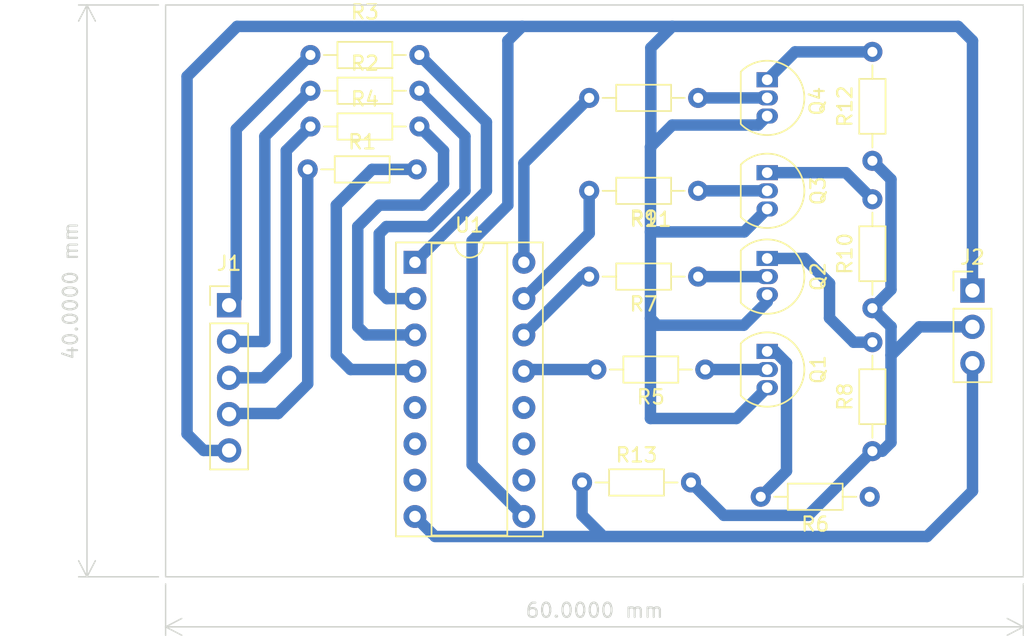
<source format=kicad_pcb>
(kicad_pcb (version 20211014) (generator pcbnew)
  (layers (0 "F.Cu" signal) (31 "B.Cu" signal) (34 "B.Paste" user) (35 "F.Paste" user) (36 "B.SilkS" user "B.Silkscreen") (37 "F.SilkS" user "F.Silkscreen") (38 "B.Mask" user) (39 "F.Mask" user) (44 "Edge.Cuts" user))
  (net 0 "")
  (net 1 "Net-(Q1-Pad1)")
  (net 2 "Net-(Q1-Pad2)")
  (net 3 "+5V")
  (net 4 "Net-(Q2-Pad1)")
  (net 5 "Net-(Q2-Pad2)")
  (net 6 "Net-(Q3-Pad1)")
  (net 7 "Net-(Q3-Pad2)")
  (net 8 "Net-(Q4-Pad1)")
  (net 9 "Net-(Q4-Pad2)")
  (net 10 "Net-(R1-Pad2)")
  (net 11 "Net-(R2-Pad2)")
  (net 12 "Net-(R3-Pad2)")
  (net 13 "Net-(R4-Pad2)")
  (net 14 "Net-(R7-Pad2)")
  (net 15 "Net-(R9-Pad2)")
  (net 16 "Net-(R11-Pad2)")
  (net 17 "Net-(R5-Pad2)")
  (net 24 "Net-(R3-Pad1)")
  (net 25 "Net-(R2-Pad1)")
  (net 26 "Net-(R4-Pad1)")
  (net 27 "Net-(R1-Pad1)")
  (net 28 "GND")
  (footprint "Resistor_THT:R_Axial_DIN0204_L3.6mm_D1.6mm_P7.62mm_Horizontal" (layer "F.Cu") (at 138.13 119.9)
    (fp_text reference "R13" (at 3.81 -1.92) (layer "F.SilkS"))
    (fp_text value "1000")
    (fp_line (start 5.73 0.92) (end 5.73 -0.92) (layer "F.SilkS") (width 0.12))
    (fp_line (start 0.94 0) (end 1.89 0) (layer "F.SilkS") (width 0.12))
    (fp_line (start 6.68 0) (end 5.73 0) (layer "F.SilkS") (width 0.12))
    (fp_line (start 1.89 0.92) (end 5.73 0.92) (layer "F.SilkS") (width 0.12))
    (fp_line (start 5.73 -0.92) (end 1.89 -0.92) (layer "F.SilkS") (width 0.12))
    (fp_line (start 1.89 -0.92) (end 1.89 0.92) (layer "F.SilkS") (width 0.12))
    (pad "1" thru_hole circle (at 0 0) (size 1.4 1.4) (drill 0.7) (layers *.Cu *.Mask) (net 28 "GND"))
    (pad "2" thru_hole oval (at 7.62 0) (size 1.4 1.4) (drill 0.7) (layers *.Cu *.Mask) (net 28 "GND"))
  )
  (footprint "Package_TO_SOT_THT:TO-92_Inline" (layer "F.Cu") (at 151.08 91.73 -90)
    (fp_text reference "Q4" (at 1.5 -3.5 90) (layer "F.SilkS"))
    (fp_text value "BC557")
    (fp_line (start -0.53 1.85) (end 3.07 1.85) (layer "F.SilkS") (width 0.12))
    (fp_arc (start 1.27 -2.6) (mid 3.672087 -0.994977) (end 3.108478 1.838478) (layer "F.SilkS") (width 0.12))
    (fp_arc (start -0.568478 1.838478) (mid -1.132087 -0.994977) (end 1.27 -2.6) (layer "F.SilkS") (width 0.12))
    (pad "1" thru_hole rect (at 0 0 270) (size 1.05 1.5) (drill 0.75) (layers *.Cu *.Mask) (net 8 "Net-(Q4-Pad1)"))
    (pad "2" thru_hole oval (at 1.27 0 270) (size 1.05 1.5) (drill 0.75) (layers *.Cu *.Mask) (net 9 "Net-(Q4-Pad2)"))
    (pad "3" thru_hole oval (at 2.54 0 270) (size 1.05 1.5) (drill 0.75) (layers *.Cu *.Mask) (net 3 "+5V"))
  )
  (footprint "Resistor_THT:R_Axial_DIN0204_L3.6mm_D1.6mm_P7.62mm_Horizontal" (layer "F.Cu") (at 158.44 117.71 90)
    (fp_text reference "R8" (at 3.81 -1.92 90) (layer "F.SilkS"))
    (fp_text value "680")
    (fp_line (start 5.73 -0.92) (end 1.89 -0.92) (layer "F.SilkS") (width 0.12))
    (fp_line (start 1.89 0.92) (end 5.73 0.92) (layer "F.SilkS") (width 0.12))
    (fp_line (start 0.94 0) (end 1.89 0) (layer "F.SilkS") (width 0.12))
    (fp_line (start 5.73 0.92) (end 5.73 -0.92) (layer "F.SilkS") (width 0.12))
    (fp_line (start 6.68 0) (end 5.73 0) (layer "F.SilkS") (width 0.12))
    (fp_line (start 1.89 -0.92) (end 1.89 0.92) (layer "F.SilkS") (width 0.12))
    (pad "1" thru_hole circle (at 0 0 90) (size 1.4 1.4) (drill 0.7) (layers *.Cu *.Mask) (net 28 "GND"))
    (pad "2" thru_hole oval (at 7.62 0 90) (size 1.4 1.4) (drill 0.7) (layers *.Cu *.Mask) (net 4 "Net-(Q2-Pad1)"))
  )
  (footprint "Resistor_THT:R_Axial_DIN0204_L3.6mm_D1.6mm_P7.62mm_Horizontal" (layer "F.Cu") (at 119.13 95)
    (fp_text reference "R4" (at 3.81 -1.92) (layer "F.SilkS"))
    (fp_text value "10k")
    (fp_line (start 5.73 0.92) (end 5.73 -0.92) (layer "F.SilkS") (width 0.12))
    (fp_line (start 0.94 0) (end 1.89 0) (layer "F.SilkS") (width 0.12))
    (fp_line (start 6.68 0) (end 5.73 0) (layer "F.SilkS") (width 0.12))
    (fp_line (start 1.89 -0.92) (end 1.89 0.92) (layer "F.SilkS") (width 0.12))
    (fp_line (start 5.73 -0.92) (end 1.89 -0.92) (layer "F.SilkS") (width 0.12))
    (fp_line (start 1.89 0.92) (end 5.73 0.92) (layer "F.SilkS") (width 0.12))
    (pad "1" thru_hole circle (at 0 0) (size 1.4 1.4) (drill 0.7) (layers *.Cu *.Mask) (net 26 "Net-(R4-Pad1)"))
    (pad "2" thru_hole oval (at 7.62 0) (size 1.4 1.4) (drill 0.7) (layers *.Cu *.Mask) (net 13 "Net-(R4-Pad2)"))
  )
  (footprint "Package_TO_SOT_THT:TO-92_Inline" (layer "F.Cu") (at 151.08 110.73 -90)
    (fp_text reference "Q1" (at 1.27 -3.56 90) (layer "F.SilkS"))
    (fp_text value "BC557")
    (fp_line (start -0.53 1.85) (end 3.07 1.85) (layer "F.SilkS") (width 0.12))
    (fp_arc (start 1.27 -2.6) (mid 3.672087 -0.994977) (end 3.108478 1.838478) (layer "F.SilkS") (width 0.12))
    (fp_arc (start -0.568478 1.838478) (mid -1.132087 -0.994977) (end 1.27 -2.6) (layer "F.SilkS") (width 0.12))
    (pad "1" thru_hole rect (at 0 0 270) (size 1.05 1.5) (drill 0.75) (layers *.Cu *.Mask) (net 1 "Net-(Q1-Pad1)"))
    (pad "2" thru_hole oval (at 1.27 0 270) (size 1.05 1.5) (drill 0.75) (layers *.Cu *.Mask) (net 2 "Net-(Q1-Pad2)"))
    (pad "3" thru_hole oval (at 2.54 0 270) (size 1.05 1.5) (drill 0.75) (layers *.Cu *.Mask) (net 3 "+5V"))
  )
  (footprint "Resistor_THT:R_Axial_DIN0204_L3.6mm_D1.6mm_P7.62mm_Horizontal" (layer "F.Cu") (at 119.13 90)
    (fp_text reference "R3" (at 3.81 -3) (layer "F.SilkS"))
    (fp_text value "10k")
    (fp_line (start 1.89 0.92) (end 5.73 0.92) (layer "F.SilkS") (width 0.12))
    (fp_line (start 1.89 -0.92) (end 1.89 0.92) (layer "F.SilkS") (width 0.12))
    (fp_line (start 6.68 0) (end 5.73 0) (layer "F.SilkS") (width 0.12))
    (fp_line (start 5.73 -0.92) (end 1.89 -0.92) (layer "F.SilkS") (width 0.12))
    (fp_line (start 0.94 0) (end 1.89 0) (layer "F.SilkS") (width 0.12))
    (fp_line (start 5.73 0.92) (end 5.73 -0.92) (layer "F.SilkS") (width 0.12))
    (pad "1" thru_hole circle (at 0 0) (size 1.4 1.4) (drill 0.7) (layers *.Cu *.Mask) (net 24 "Net-(R3-Pad1)"))
    (pad "2" thru_hole oval (at 7.62 0) (size 1.4 1.4) (drill 0.7) (layers *.Cu *.Mask) (net 12 "Net-(R3-Pad2)"))
  )
  (footprint "Package_DIP:DIP-16_W7.62mm_Socket" (layer "F.Cu") (at 126.44 104.5)
    (fp_text reference "U1" (at 3.8 -2.6) (layer "F.SilkS"))
    (fp_text value "ULN2003A")
    (fp_line (start -1.33 -1.39) (end -1.33 19.17) (layer "F.SilkS") (width 0.12))
    (fp_line (start 6.46 -1.33) (end 4.81 -1.33) (layer "F.SilkS") (width 0.12))
    (fp_line (start 8.95 19.17) (end 8.95 -1.39) (layer "F.SilkS") (width 0.12))
    (fp_line (start 1.16 19.11) (end 6.46 19.11) (layer "F.SilkS") (width 0.12))
    (fp_line (start 8.95 -1.39) (end -1.33 -1.39) (layer "F.SilkS") (width 0.12))
    (fp_line (start 6.46 19.11) (end 6.46 -1.33) (layer "F.SilkS") (width 0.12))
    (fp_line (start -1.33 19.17) (end 8.95 19.17) (layer "F.SilkS") (width 0.12))
    (fp_line (start 2.81 -1.33) (end 1.16 -1.33) (layer "F.SilkS") (width 0.12))
    (fp_line (start 1.16 -1.33) (end 1.16 19.11) (layer "F.SilkS") (width 0.12))
    (fp_arc (start 4.81 -1.33) (mid 3.81 -0.33) (end 2.81 -1.33) (layer "F.SilkS") (width 0.12))
    (pad "1" thru_hole rect (at 0 0) (size 1.6 1.6) (drill 0.8) (layers *.Cu *.Mask) (net 12 "Net-(R3-Pad2)"))
    (pad "2" thru_hole oval (at 0 2.54) (size 1.6 1.6) (drill 0.8) (layers *.Cu *.Mask) (net 11 "Net-(R2-Pad2)"))
    (pad "3" thru_hole oval (at 0 5.08) (size 1.6 1.6) (drill 0.8) (layers *.Cu *.Mask) (net 13 "Net-(R4-Pad2)"))
    (pad "4" thru_hole oval (at 0 7.62) (size 1.6 1.6) (drill 0.8) (layers *.Cu *.Mask) (net 10 "Net-(R1-Pad2)"))
    (pad "5" thru_hole oval (at 0 10.16) (size 1.6 1.6) (drill 0.8) (layers *.Cu *.Mask))
    (pad "6" thru_hole oval (at 0 12.7) (size 1.6 1.6) (drill 0.8) (layers *.Cu *.Mask))
    (pad "7" thru_hole oval (at 0 15.24) (size 1.6 1.6) (drill 0.8) (layers *.Cu *.Mask))
    (pad "8" thru_hole oval (at 0 17.78) (size 1.6 1.6) (drill 0.8) (layers *.Cu *.Mask) (net 28 "GND"))
    (pad "9" thru_hole oval (at 7.62 17.78) (size 1.6 1.6) (drill 0.8) (layers *.Cu *.Mask) (net 3 "+5V"))
    (pad "10" thru_hole oval (at 7.62 15.24) (size 1.6 1.6) (drill 0.8) (layers *.Cu *.Mask))
    (pad "11" thru_hole oval (at 7.62 12.7) (size 1.6 1.6) (drill 0.8) (layers *.Cu *.Mask))
    (pad "12" thru_hole oval (at 7.62 10.16) (size 1.6 1.6) (drill 0.8) (layers *.Cu *.Mask))
    (pad "13" thru_hole oval (at 7.62 7.62) (size 1.6 1.6) (drill 0.8) (layers *.Cu *.Mask) (net 17 "Net-(R5-Pad2)"))
    (pad "14" thru_hole oval (at 7.62 5.08) (size 1.6 1.6) (drill 0.8) (layers *.Cu *.Mask) (net 14 "Net-(R7-Pad2)"))
    (pad "15" thru_hole oval (at 7.62 2.54) (size 1.6 1.6) (drill 0.8) (layers *.Cu *.Mask) (net 15 "Net-(R9-Pad2)"))
    (pad "16" thru_hole oval (at 7.62 0) (size 1.6 1.6) (drill 0.8) (layers *.Cu *.Mask) (net 16 "Net-(R11-Pad2)"))
  )
  (footprint "Resistor_THT:R_Axial_DIN0204_L3.6mm_D1.6mm_P7.62mm_Horizontal" (layer "F.Cu") (at 146.75 112 180)
    (fp_text reference "R5" (at 3.81 -1.92) (layer "F.SilkS"))
    (fp_text value "10k")
    (fp_line (start 6.68 0) (end 5.73 0) (layer "F.SilkS") (width 0.12))
    (fp_line (start 0.94 0) (end 1.89 0) (layer "F.SilkS") (width 0.12))
    (fp_line (start 5.73 0.92) (end 5.73 -0.92) (layer "F.SilkS") (width 0.12))
    (fp_line (start 1.89 0.92) (end 5.73 0.92) (layer "F.SilkS") (width 0.12))
    (fp_line (start 5.73 -0.92) (end 1.89 -0.92) (layer "F.SilkS") (width 0.12))
    (fp_line (start 1.89 -0.92) (end 1.89 0.92) (layer "F.SilkS") (width 0.12))
    (pad "1" thru_hole circle (at 0 0 180) (size 1.4 1.4) (drill 0.7) (layers *.Cu *.Mask) (net 2 "Net-(Q1-Pad2)"))
    (pad "2" thru_hole oval (at 7.62 0 180) (size 1.4 1.4) (drill 0.7) (layers *.Cu *.Mask) (net 17 "Net-(R5-Pad2)"))
  )
  (footprint "Package_TO_SOT_THT:TO-92_Inline" (layer "F.Cu") (at 151.08 104.23 -90)
    (fp_text reference "Q2" (at 1.27 -3.56 90) (layer "F.SilkS"))
    (fp_text value "BC557")
    (fp_line (start -0.53 1.85) (end 3.07 1.85) (layer "F.SilkS") (width 0.12))
    (fp_arc (start -0.568478 1.838478) (mid -1.132087 -0.994977) (end 1.27 -2.6) (layer "F.SilkS") (width 0.12))
    (fp_arc (start 1.27 -2.6) (mid 3.672087 -0.994977) (end 3.108478 1.838478) (layer "F.SilkS") (width 0.12))
    (pad "1" thru_hole rect (at 0 0 270) (size 1.05 1.5) (drill 0.75) (layers *.Cu *.Mask) (net 4 "Net-(Q2-Pad1)"))
    (pad "2" thru_hole oval (at 1.27 0 270) (size 1.05 1.5) (drill 0.75) (layers *.Cu *.Mask) (net 5 "Net-(Q2-Pad2)"))
    (pad "3" thru_hole oval (at 2.54 0 270) (size 1.05 1.5) (drill 0.75) (layers *.Cu *.Mask) (net 3 "+5V"))
  )
  (footprint "Resistor_THT:R_Axial_DIN0204_L3.6mm_D1.6mm_P7.62mm_Horizontal" (layer "F.Cu") (at 158.25 120.9 180)
    (fp_text reference "R6" (at 3.81 -1.92) (layer "F.SilkS"))
    (fp_text value "220")
    (fp_line (start 6.68 0) (end 5.73 0) (layer "F.SilkS") (width 0.12))
    (fp_line (start 5.73 -0.92) (end 1.89 -0.92) (layer "F.SilkS") (width 0.12))
    (fp_line (start 0.94 0) (end 1.89 0) (layer "F.SilkS") (width 0.12))
    (fp_line (start 5.73 0.92) (end 5.73 -0.92) (layer "F.SilkS") (width 0.12))
    (fp_line (start 1.89 0.92) (end 5.73 0.92) (layer "F.SilkS") (width 0.12))
    (fp_line (start 1.89 -0.92) (end 1.89 0.92) (layer "F.SilkS") (width 0.12))
    (pad "1" thru_hole circle (at 0 0 180) (size 1.4 1.4) (drill 0.7) (layers *.Cu *.Mask) (net 28 "GND"))
    (pad "2" thru_hole oval (at 7.62 0 180) (size 1.4 1.4) (drill 0.7) (layers *.Cu *.Mask) (net 1 "Net-(Q1-Pad1)"))
  )
  (footprint "Connector_PinHeader_2.54mm:PinHeader_1x05_P2.54mm_Vertical" (layer "F.Cu") (at 113.44 107.5)
    (fp_text reference "J1" (at 0 -2.925) (layer "F.SilkS"))
    (fp_text value "Conn_01x05")
    (fp_line (start -1.33 -1.33) (end 0 -1.33) (layer "F.SilkS") (width 0.12))
    (fp_line (start -1.33 0) (end -1.33 -1.33) (layer "F.SilkS") (width 0.12))
    (fp_line (start -1.33 1.27) (end 1.33 1.27) (layer "F.SilkS") (width 0.12))
    (fp_line (start -1.33 1.27) (end -1.33 11.49) (layer "F.SilkS") (width 0.12))
    (fp_line (start -1.33 11.49) (end 1.33 11.49) (layer "F.SilkS") (width 0.12))
    (fp_line (start 1.33 1.27) (end 1.33 11.49) (layer "F.SilkS") (width 0.12))
    (pad "1" thru_hole rect (at 0 0) (size 1.7 1.7) (drill 1) (layers *.Cu *.Mask) (net 24 "Net-(R3-Pad1)"))
    (pad "2" thru_hole oval (at 0 2.54) (size 1.7 1.7) (drill 1) (layers *.Cu *.Mask) (net 25 "Net-(R2-Pad1)"))
    (pad "3" thru_hole oval (at 0 5.08) (size 1.7 1.7) (drill 1) (layers *.Cu *.Mask) (net 26 "Net-(R4-Pad1)"))
    (pad "4" thru_hole oval (at 0 7.62) (size 1.7 1.7) (drill 1) (layers *.Cu *.Mask) (net 27 "Net-(R1-Pad1)"))
    (pad "5" thru_hole oval (at 0 10.16) (size 1.7 1.7) (drill 1) (layers *.Cu *.Mask) (net 3 "+5V"))
  )
  (footprint "Connector_PinHeader_2.54mm:PinHeader_1x03_P2.54mm_Vertical" (layer "F.Cu") (at 165.44 106.475)
    (fp_text reference "J2" (at 0 -2.33) (layer "F.SilkS"))
    (fp_text value "Conn_01x03")
    (fp_line (start -1.33 1.27) (end -1.33 6.41) (layer "F.SilkS") (width 0.12))
    (fp_line (start -1.33 6.41) (end 1.33 6.41) (layer "F.SilkS") (width 0.12))
    (fp_line (start -1.33 1.27) (end 1.33 1.27) (layer "F.SilkS") (width 0.12))
    (fp_line (start -1.33 -1.33) (end 0 -1.33) (layer "F.SilkS") (width 0.12))
    (fp_line (start 1.33 1.27) (end 1.33 6.41) (layer "F.SilkS") (width 0.12))
    (fp_line (start -1.33 0) (end -1.33 -1.33) (layer "F.SilkS") (width 0.12))
    (pad "1" thru_hole rect (at 0 0) (size 1.7 1.7) (drill 1) (layers *.Cu *.Mask) (net 3 "+5V"))
    (pad "2" thru_hole oval (at 0 2.54) (size 1.7 1.7) (drill 1) (layers *.Cu *.Mask) (net 28 "GND"))
    (pad "3" thru_hole oval (at 0 5.08) (size 1.7 1.7) (drill 1) (layers *.Cu *.Mask) (net 28 "GND"))
  )
  (footprint "Resistor_THT:R_Axial_DIN0204_L3.6mm_D1.6mm_P7.62mm_Horizontal" (layer "F.Cu") (at 146.25 105.5 180)
    (fp_text reference "R7" (at 3.81 -1.92) (layer "F.SilkS"))
    (fp_text value "10k")
    (fp_line (start 0.94 0) (end 1.89 0) (layer "F.SilkS") (width 0.12))
    (fp_line (start 5.73 0.92) (end 5.73 -0.92) (layer "F.SilkS") (width 0.12))
    (fp_line (start 1.89 -0.92) (end 1.89 0.92) (layer "F.SilkS") (width 0.12))
    (fp_line (start 1.89 0.92) (end 5.73 0.92) (layer "F.SilkS") (width 0.12))
    (fp_line (start 5.73 -0.92) (end 1.89 -0.92) (layer "F.SilkS") (width 0.12))
    (fp_line (start 6.68 0) (end 5.73 0) (layer "F.SilkS") (width 0.12))
    (pad "1" thru_hole circle (at 0 0 180) (size 1.4 1.4) (drill 0.7) (layers *.Cu *.Mask) (net 5 "Net-(Q2-Pad2)"))
    (pad "2" thru_hole oval (at 7.62 0 180) (size 1.4 1.4) (drill 0.7) (layers *.Cu *.Mask) (net 14 "Net-(R7-Pad2)"))
  )
  (footprint "Resistor_THT:R_Axial_DIN0204_L3.6mm_D1.6mm_P7.62mm_Horizontal" (layer "F.Cu") (at 146.25 93 180)
    (fp_text reference "R11" (at 3.31 -8.5) (layer "F.SilkS"))
    (fp_text value "10k")
    (fp_line (start 5.73 -0.92) (end 1.89 -0.92) (layer "F.SilkS") (width 0.12))
    (fp_line (start 6.68 0) (end 5.73 0) (layer "F.SilkS") (width 0.12))
    (fp_line (start 1.89 0.92) (end 5.73 0.92) (layer "F.SilkS") (width 0.12))
    (fp_line (start 5.73 0.92) (end 5.73 -0.92) (layer "F.SilkS") (width 0.12))
    (fp_line (start 1.89 -0.92) (end 1.89 0.92) (layer "F.SilkS") (width 0.12))
    (fp_line (start 0.94 0) (end 1.89 0) (layer "F.SilkS") (width 0.12))
    (pad "1" thru_hole circle (at 0 0 180) (size 1.4 1.4) (drill 0.7) (layers *.Cu *.Mask) (net 9 "Net-(Q4-Pad2)"))
    (pad "2" thru_hole oval (at 7.62 0 180) (size 1.4 1.4) (drill 0.7) (layers *.Cu *.Mask) (net 16 "Net-(R11-Pad2)"))
  )
  (footprint "Resistor_THT:R_Axial_DIN0204_L3.6mm_D1.6mm_P7.62mm_Horizontal" (layer "F.Cu") (at 118.94 98)
    (fp_text reference "R1" (at 3.81 -1.92) (layer "F.SilkS"))
    (fp_text value "10k")
    (fp_line (start 5.73 -0.92) (end 1.89 -0.92) (layer "F.SilkS") (width 0.12))
    (fp_line (start 1.89 0.92) (end 5.73 0.92) (layer "F.SilkS") (width 0.12))
    (fp_line (start 6.68 0) (end 5.73 0) (layer "F.SilkS") (width 0.12))
    (fp_line (start 1.89 -0.92) (end 1.89 0.92) (layer "F.SilkS") (width 0.12))
    (fp_line (start 0.94 0) (end 1.89 0) (layer "F.SilkS") (width 0.12))
    (fp_line (start 5.73 0.92) (end 5.73 -0.92) (layer "F.SilkS") (width 0.12))
    (pad "1" thru_hole circle (at 0 0) (size 1.4 1.4) (drill 0.7) (layers *.Cu *.Mask) (net 27 "Net-(R1-Pad1)"))
    (pad "2" thru_hole oval (at 7.62 0) (size 1.4 1.4) (drill 0.7) (layers *.Cu *.Mask) (net 10 "Net-(R1-Pad2)"))
  )
  (footprint "Resistor_THT:R_Axial_DIN0204_L3.6mm_D1.6mm_P7.62mm_Horizontal" (layer "F.Cu") (at 119.13 92.5)
    (fp_text reference "R2" (at 3.81 -1.92) (layer "F.SilkS"))
    (fp_text value "10k")
    (fp_line (start 5.73 0.92) (end 5.73 -0.92) (layer "F.SilkS") (width 0.12))
    (fp_line (start 1.89 -0.92) (end 1.89 0.92) (layer "F.SilkS") (width 0.12))
    (fp_line (start 5.73 -0.92) (end 1.89 -0.92) (layer "F.SilkS") (width 0.12))
    (fp_line (start 1.89 0.92) (end 5.73 0.92) (layer "F.SilkS") (width 0.12))
    (fp_line (start 6.68 0) (end 5.73 0) (layer "F.SilkS") (width 0.12))
    (fp_line (start 0.94 0) (end 1.89 0) (layer "F.SilkS") (width 0.12))
    (pad "1" thru_hole circle (at 0 0) (size 1.4 1.4) (drill 0.7) (layers *.Cu *.Mask) (net 25 "Net-(R2-Pad1)"))
    (pad "2" thru_hole oval (at 7.62 0) (size 1.4 1.4) (drill 0.7) (layers *.Cu *.Mask) (net 11 "Net-(R2-Pad2)"))
  )
  (footprint "Resistor_THT:R_Axial_DIN0204_L3.6mm_D1.6mm_P7.62mm_Horizontal" (layer "F.Cu") (at 146.25 99.5 180)
    (fp_text reference "R9" (at 3.81 -1.92) (layer "F.SilkS"))
    (fp_text value "10k")
    (fp_line (start 1.89 -0.92) (end 1.89 0.92) (layer "F.SilkS") (width 0.12))
    (fp_line (start 0.94 0) (end 1.89 0) (layer "F.SilkS") (width 0.12))
    (fp_line (start 5.73 0.92) (end 5.73 -0.92) (layer "F.SilkS") (width 0.12))
    (fp_line (start 5.73 -0.92) (end 1.89 -0.92) (layer "F.SilkS") (width 0.12))
    (fp_line (start 6.68 0) (end 5.73 0) (layer "F.SilkS") (width 0.12))
    (fp_line (start 1.89 0.92) (end 5.73 0.92) (layer "F.SilkS") (width 0.12))
    (pad "1" thru_hole circle (at 0 0 180) (size 1.4 1.4) (drill 0.7) (layers *.Cu *.Mask) (net 7 "Net-(Q3-Pad2)"))
    (pad "2" thru_hole oval (at 7.62 0 180) (size 1.4 1.4) (drill 0.7) (layers *.Cu *.Mask) (net 15 "Net-(R9-Pad2)"))
  )
  (footprint "Resistor_THT:R_Axial_DIN0204_L3.6mm_D1.6mm_P7.62mm_Horizontal" (layer "F.Cu") (at 158.44 107.71 90)
    (fp_text reference "R10" (at 3.81 -1.92 90) (layer "F.SilkS"))
    (fp_text value "2500")
    (fp_line (start 6.68 0) (end 5.73 0) (layer "F.SilkS") (width 0.12))
    (fp_line (start 5.73 -0.92) (end 1.89 -0.92) (layer "F.SilkS") (width 0.12))
    (fp_line (start 0.94 0) (end 1.89 0) (layer "F.SilkS") (width 0.12))
    (fp_line (start 1.89 0.92) (end 5.73 0.92) (layer "F.SilkS") (width 0.12))
    (fp_line (start 5.73 0.92) (end 5.73 -0.92) (layer "F.SilkS") (width 0.12))
    (fp_line (start 1.89 -0.92) (end 1.89 0.92) (layer "F.SilkS") (width 0.12))
    (pad "1" thru_hole circle (at 0 0 90) (size 1.4 1.4) (drill 0.7) (layers *.Cu *.Mask) (net 28 "GND"))
    (pad "2" thru_hole oval (at 7.62 0 90) (size 1.4 1.4) (drill 0.7) (layers *.Cu *.Mask) (net 6 "Net-(Q3-Pad1)"))
  )
  (footprint "Resistor_THT:R_Axial_DIN0204_L3.6mm_D1.6mm_P7.62mm_Horizontal" (layer "F.Cu") (at 158.44 97.4 90)
    (fp_text reference "R12" (at 3.81 -1.92 90) (layer "F.SilkS"))
    (fp_text value "5600")
    (fp_line (start 5.73 -0.92) (end 1.89 -0.92) (layer "F.SilkS") (width 0.12))
    (fp_line (start 0.94 0) (end 1.89 0) (layer "F.SilkS") (width 0.12))
    (fp_line (start 1.89 0.92) (end 5.73 0.92) (layer "F.SilkS") (width 0.12))
    (fp_line (start 5.73 0.92) (end 5.73 -0.92) (layer "F.SilkS") (width 0.12))
    (fp_line (start 6.68 0) (end 5.73 0) (layer "F.SilkS") (width 0.12))
    (fp_line (start 1.89 -0.92) (end 1.89 0.92) (layer "F.SilkS") (width 0.12))
    (pad "1" thru_hole circle (at 0 0 90) (size 1.4 1.4) (drill 0.7) (layers *.Cu *.Mask) (net 28 "GND"))
    (pad "2" thru_hole oval (at 7.62 0 90) (size 1.4 1.4) (drill 0.7) (layers *.Cu *.Mask) (net 8 "Net-(Q4-Pad1)"))
  )
  (footprint "Package_TO_SOT_THT:TO-92_Inline" (layer "F.Cu") (at 151.08 98.23 -90)
    (fp_text reference "Q3" (at 1.27 -3.56 90) (layer "F.SilkS"))
    (fp_text value "BC557")
    (fp_line (start -0.53 1.85) (end 3.07 1.85) (layer "F.SilkS") (width 0.12))
    (fp_arc (start 1.27 -2.6) (mid 3.672087 -0.994977) (end 3.108478 1.838478) (layer "F.SilkS") (width 0.12))
    (fp_arc (start -0.568478 1.838478) (mid -1.132087 -0.994977) (end 1.27 -2.6) (layer "F.SilkS") (width 0.12))
    (pad "1" thru_hole rect (at 0 0 270) (size 1.05 1.5) (drill 0.75) (layers *.Cu *.Mask) (net 6 "Net-(Q3-Pad1)"))
    (pad "2" thru_hole oval (at 1.27 0 270) (size 1.05 1.5) (drill 0.75) (layers *.Cu *.Mask) (net 7 "Net-(Q3-Pad2)"))
    (pad "3" thru_hole oval (at 2.54 0 270) (size 1.05 1.5) (drill 0.75) (layers *.Cu *.Mask) (net 3 "+5V"))
  )
  (gr_rect (start 169 126.5) (end 109 86.5) (layer "Edge.Cuts") (width 0.1) (fill none))
  (dimension (type aligned) (layer "Edge.Cuts") (pts (xy 109 126.5) (xy 109 86.5)) (height -5.5) (gr_text "40.0000 mm" (at 102.35 106.5 90) (layer "Edge.Cuts") (effects (font (size 1 1) (thickness 0.15)))) (format (units 3) (units_format 1) (precision 4)) (style (thickness 0.1) (arrow_length 1.27) (text_position_mode 0) (extension_height 0.58642) (extension_offset 0.5) keep_text_aligned))
  (dimension (type aligned) (layer "Edge.Cuts") (pts (xy 169 126.5) (xy 109 126.5)) (height -3.5) (gr_text "60.0000 mm" (at 139 128.85) (layer "Edge.Cuts") (effects (font (size 1 1) (thickness 0.15)))) (format (units 3) (units_format 1) (precision 4)) (style (thickness 0.1) (arrow_length 1.27) (text_position_mode 0) (extension_height 0.58642) (extension_offset 0.5) keep_text_aligned))
  (segment (start 152.42952 111.534209) (end 152.42952 119.10048) (width 0.8) (layer "B.Cu") (net 1))
  (segment (start 151.625311 110.73) (end 152.42952 111.534209) (width 0.8) (layer "B.Cu") (net 1))
  (segment (start 151.08 110.73) (end 151.625311 110.73) (width 0.8) (layer "B.Cu") (net 1))
  (segment (start 152.42952 119.10048) (end 150.63 120.9) (width 0.8) (layer "B.Cu") (net 1))
  (segment (start 146.75 112) (end 151.08 112) (width 0.8) (layer "B.Cu") (net 2))
  (segment (start 110.5 91.5) (end 114 88) (width 0.8) (layer "B.Cu") (net 3))
  (segment (start 114 88) (end 133.94 88) (width 0.8) (layer "B.Cu") (net 3))
  (segment (start 151.08 106.77) (end 151.08 107.26) (width 0.8) (layer "B.Cu") (net 3))
  (segment (start 149.44 108.9) (end 143.39 108.9) (width 0.8) (layer "B.Cu") (net 3))
  (segment (start 142.915 102.375) (end 142.915 96.425) (width 0.8) (layer "B.Cu") (net 3))
  (segment (start 142.915 115.425) (end 142.915 108.425) (width 0.8) (layer "B.Cu") (net 3))
  (segment (start 132.94 100.5) (end 130.44 103) (width 0.8) (layer "B.Cu") (net 3))
  (segment (start 111.66 117.66) (end 110.5 116.5) (width 0.8) (layer "B.Cu") (net 3))
  (segment (start 164.44 88) (end 165.44 89) (width 0.8) (layer "B.Cu") (net 3))
  (segment (start 151.08 100.77) (end 149.475 102.375) (width 0.8) (layer "B.Cu") (net 3))
  (segment (start 113.44 117.66) (end 111.66 117.66) (width 0.8) (layer "B.Cu") (net 3))
  (segment (start 144.44 94.9) (end 150.45 94.9) (width 0.8) (layer "B.Cu") (net 3))
  (segment (start 149.475 102.375) (end 142.915 102.375) (width 0.8) (layer "B.Cu") (net 3))
  (segment (start 110.5 116.5) (end 110.5 91.5) (width 0.8) (layer "B.Cu") (net 3))
  (segment (start 164.44 88) (end 144.44 88) (width 0.8) (layer "B.Cu") (net 3))
  (segment (start 142.915 115.425) (end 148.925 115.425) (width 0.8) (layer "B.Cu") (net 3))
  (segment (start 151.08 107.26) (end 149.44 108.9) (width 0.8) (layer "B.Cu") (net 3))
  (segment (start 144.44 88) (end 144.19 88.25) (width 0.8) (layer "B.Cu") (net 3))
  (segment (start 150.45 94.9) (end 151.08 94.27) (width 0.8) (layer "B.Cu") (net 3))
  (segment (start 130.44 103) (end 130.44 118.66) (width 0.8) (layer "B.Cu") (net 3))
  (segment (start 130.44 118.66) (end 134.06 122.28) (width 0.8) (layer "B.Cu") (net 3))
  (segment (start 142.915 96.425) (end 144.44 94.9) (width 0.8) (layer "B.Cu") (net 3))
  (segment (start 144.44 88) (end 133.94 88) (width 0.8) (layer "B.Cu") (net 3))
  (segment (start 143.39 108.9) (end 142.915 108.425) (width 0.8) (layer "B.Cu") (net 3))
  (segment (start 148.925 115.425) (end 151.08 113.27) (width 0.8) (layer "B.Cu") (net 3))
  (segment (start 142.915 108.425) (end 142.915 102.375) (width 0.8) (layer "B.Cu") (net 3))
  (segment (start 133.94 88) (end 132.94 89) (width 0.8) (layer "B.Cu") (net 3))
  (segment (start 165.44 89) (end 165.44 106.475) (width 0.8) (layer "B.Cu") (net 3))
  (segment (start 132.94 89) (end 132.94 100.5) (width 0.8) (layer "B.Cu") (net 3))
  (segment (start 142.94 89.5) (end 142.94 96.5) (width 0.8) (layer "B.Cu") (net 3))
  (segment (start 144.19 88.25) (end 142.94 89.5) (width 0.8) (layer "B.Cu") (net 3))
  (segment (start 153.697655 104.23) (end 155.44 105.972345) (width 0.8) (layer "B.Cu") (net 4))
  (segment (start 151.08 104.23) (end 153.697655 104.23) (width 0.8) (layer "B.Cu") (net 4))
  (segment (start 155.44 105.972345) (end 155.44 108.4) (width 0.8) (layer "B.Cu") (net 4))
  (segment (start 155.44 108.4) (end 157.13 110.09) (width 0.8) (layer "B.Cu") (net 4))
  (segment (start 157.13 110.09) (end 158.44 110.09) (width 0.8) (layer "B.Cu") (net 4))
  (segment (start 146.25 105.5) (end 151.08 105.5) (width 0.8) (layer "B.Cu") (net 5))
  (segment (start 151.08 98.23) (end 156.58 98.23) (width 0.8) (layer "B.Cu") (net 6))
  (segment (start 156.58 98.23) (end 158.44 100.09) (width 0.8) (layer "B.Cu") (net 6))
  (segment (start 146.25 99.5) (end 151.08 99.5) (width 0.8) (layer "B.Cu") (net 7))
  (segment (start 153.03 89.78) (end 158.44 89.78) (width 0.8) (layer "B.Cu") (net 8))
  (segment (start 151.08 91.73) (end 153.03 89.78) (width 0.8) (layer "B.Cu") (net 8))
  (segment (start 146.25 93) (end 151.08 93) (width 0.8) (layer "B.Cu") (net 9))
  (segment (start 120.94 100.5) (end 120.94 111) (width 0.8) (layer "B.Cu") (net 10))
  (segment (start 126.56 98) (end 123.44 98) (width 0.8) (layer "B.Cu") (net 10))
  (segment (start 126.32 112) (end 126.44 112.12) (width 0.8) (layer "B.Cu") (net 10))
  (segment (start 121.94 112) (end 126.32 112) (width 0.8) (layer "B.Cu") (net 10))
  (segment (start 120.94 111) (end 121.94 112) (width 0.8) (layer "B.Cu") (net 10))
  (segment (start 123.44 98) (end 120.94 100.5) (width 0.8) (layer "B.Cu") (net 10))
  (segment (start 124.44 102) (end 123.94 102.5) (width 0.8) (layer "B.Cu") (net 11))
  (segment (start 123.94 102.5) (end 123.94 106.5) (width 0.8) (layer "B.Cu") (net 11))
  (segment (start 124.48 107.04) (end 126.44 107.04) (width 0.8) (layer "B.Cu") (net 11))
  (segment (start 127.44 102) (end 124.44 102) (width 0.8) (layer "B.Cu") (net 11))
  (segment (start 129.94 99.5) (end 127.44 102) (width 0.8) (layer "B.Cu") (net 11))
  (segment (start 123.94 106.5) (end 124.48 107.04) (width 0.8) (layer "B.Cu") (net 11))
  (segment (start 126.75 92.5) (end 129.94 95.69) (width 0.8) (layer "B.Cu") (net 11))
  (segment (start 129.94 95.69) (end 129.94 99.5) (width 0.8) (layer "B.Cu") (net 11))
  (segment (start 131.44 94.69) (end 131.44 99.5) (width 0.8) (layer "B.Cu") (net 12))
  (segment (start 126.75 90) (end 131.44 94.69) (width 0.8) (layer "B.Cu") (net 12))
  (segment (start 131.44 99.5) (end 126.44 104.5) (width 0.8) (layer "B.Cu") (net 12))
  (segment (start 128.44 96.69) (end 128.44 99) (width 0.8) (layer "B.Cu") (net 13))
  (segment (start 123.02 109.58) (end 126.44 109.58) (width 0.8) (layer "B.Cu") (net 13))
  (segment (start 126.94 100.5) (end 123.94 100.5) (width 0.8) (layer "B.Cu") (net 13))
  (segment (start 123.94 100.5) (end 122.44 102) (width 0.8) (layer "B.Cu") (net 13))
  (segment (start 128.44 99) (end 126.94 100.5) (width 0.8) (layer "B.Cu") (net 13))
  (segment (start 122.44 109) (end 123.02 109.58) (width 0.8) (layer "B.Cu") (net 13))
  (segment (start 126.75 95) (end 128.44 96.69) (width 0.8) (layer "B.Cu") (net 13))
  (segment (start 122.44 102) (end 122.44 109) (width 0.8) (layer "B.Cu") (net 13))
  (segment (start 138.63 105.5) (end 138.14 105.5) (width 0.8) (layer "B.Cu") (net 14))
  (segment (start 138.14 105.5) (end 134.06 109.58) (width 0.8) (layer "B.Cu") (net 14))
  (segment (start 138.63 102.47) (end 134.06 107.04) (width 0.8) (layer "B.Cu") (net 15))
  (segment (start 138.63 99.5) (end 138.63 102.47) (width 0.8) (layer "B.Cu") (net 15))
  (segment (start 134.06 97.57) (end 134.06 104.5) (width 0.8) (layer "B.Cu") (net 16))
  (segment (start 138.63 93) (end 134.06 97.57) (width 0.8) (layer "B.Cu") (net 16))
  (segment (start 139.13 111.69) (end 139.13 112) (width 0.8) (layer "B.Cu") (net 17))
  (segment (start 134.18 112) (end 134.06 112.12) (width 0.8) (layer "B.Cu") (net 17))
  (segment (start 139.13 112) (end 134.18 112) (width 0.8) (layer "B.Cu") (net 17))
  (segment (start 113.44 107.5) (end 113.94 107) (width 0.8) (layer "B.Cu") (net 24))
  (segment (start 113.94 95.19) (end 119.13 90) (width 0.8) (layer "B.Cu") (net 24))
  (segment (start 113.94 107) (end 113.94 95.19) (width 0.8) (layer "B.Cu") (net 24))
  (segment (start 115.9 110.04) (end 115.94 110) (width 0.8) (layer "B.Cu") (net 25))
  (segment (start 115.94 110) (end 115.94 95.69) (width 0.8) (layer "B.Cu") (net 25))
  (segment (start 113.44 110.04) (end 115.9 110.04) (width 0.8) (layer "B.Cu") (net 25))
  (segment (start 115.94 95.69) (end 119.13 92.5) (width 0.8) (layer "B.Cu") (net 25))
  (segment (start 115.86 112.58) (end 117.44 111) (width 0.8) (layer "B.Cu") (net 26))
  (segment (start 113.44 112.58) (end 115.86 112.58) (width 0.8) (layer "B.Cu") (net 26))
  (segment (start 117.44 111) (end 117.44 96.69) (width 0.8) (layer "B.Cu") (net 26))
  (segment (start 117.44 96.69) (end 119.13 95) (width 0.8) (layer "B.Cu") (net 26))
  (segment (start 116.865 115.075) (end 118.94 113) (width 0.8) (layer "B.Cu") (net 27))
  (segment (start 113.485 115.075) (end 116.865 115.075) (width 0.8) (layer "B.Cu") (net 27))
  (segment (start 113.44 115.12) (end 113.485 115.075) (width 0.8) (layer "B.Cu") (net 27))
  (segment (start 118.94 113) (end 118.94 98) (width 0.8) (layer "B.Cu") (net 27))
  (segment (start 158.44 97.4) (end 159.739511 98.699511) (width 0.8) (layer "B.Cu") (net 28))
  (segment (start 148.049511 122.199511) (end 145.75 119.9) (width 0.8) (layer "B.Cu") (net 28))
  (segment (start 138.13 122.19) (end 139.44 123.5) (width 0.8) (layer "B.Cu") (net 28))
  (segment (start 153.950489 122.199511) (end 148.049511 122.199511) (width 0.8) (layer "B.Cu") (net 28))
  (segment (start 159.739511 117.100489) (end 159.13 117.71) (width 0.8) (layer "B.Cu") (net 28))
  (segment (start 165.44 120.5) (end 162.260489 123.679511) (width 0.8) (layer "B.Cu") (net 28))
  (segment (start 159.739511 106.410489) (end 158.44 107.71) (width 0.8) (layer "B.Cu") (net 28))
  (segment (start 158.44 107.71) (end 159.739511 109.009511) (width 0.8) (layer "B.Cu") (net 28))
  (segment (start 138.13 119.9) (end 138.13 122.19) (width 0.8) (layer "B.Cu") (net 28))
  (segment (start 159.13 117.71) (end 158.44 117.71) (width 0.8) (layer "B.Cu") (net 28))
  (segment (start 159.749022 109) (end 159.739511 109.009511) (width 0.8) (layer "B.Cu") (net 28))
  (segment (start 165.44 109.015) (end 161.73 109.015) (width 0.8) (layer "B.Cu") (net 28))
  (segment (start 158.44 117.71) (end 153.950489 122.199511) (width 0.8) (layer "B.Cu") (net 28))
  (segment (start 159.745 111) (end 159.739511 110.994511) (width 0.8) (layer "B.Cu") (net 28))
  (segment (start 127.66 123.5) (end 126.44 122.28) (width 0.8) (layer "B.Cu") (net 28))
  (segment (start 162.260489 123.679511) (end 127.839511 123.679511) (width 0.8) (layer "B.Cu") (net 28))
  (segment (start 165.44 111.555) (end 165.44 120.5) (width 0.8) (layer "B.Cu") (net 28))
  (segment (start 161.73 109.015) (end 159.745 111) (width 0.8) (layer "B.Cu") (net 28))
  (segment (start 159.739511 98.699511) (end 159.739511 106.410489) (width 0.8) (layer "B.Cu") (net 28))
  (segment (start 159.739511 109.009511) (end 159.739511 117.100489) (width 0.8) (layer "B.Cu") (net 28))
)
</source>
